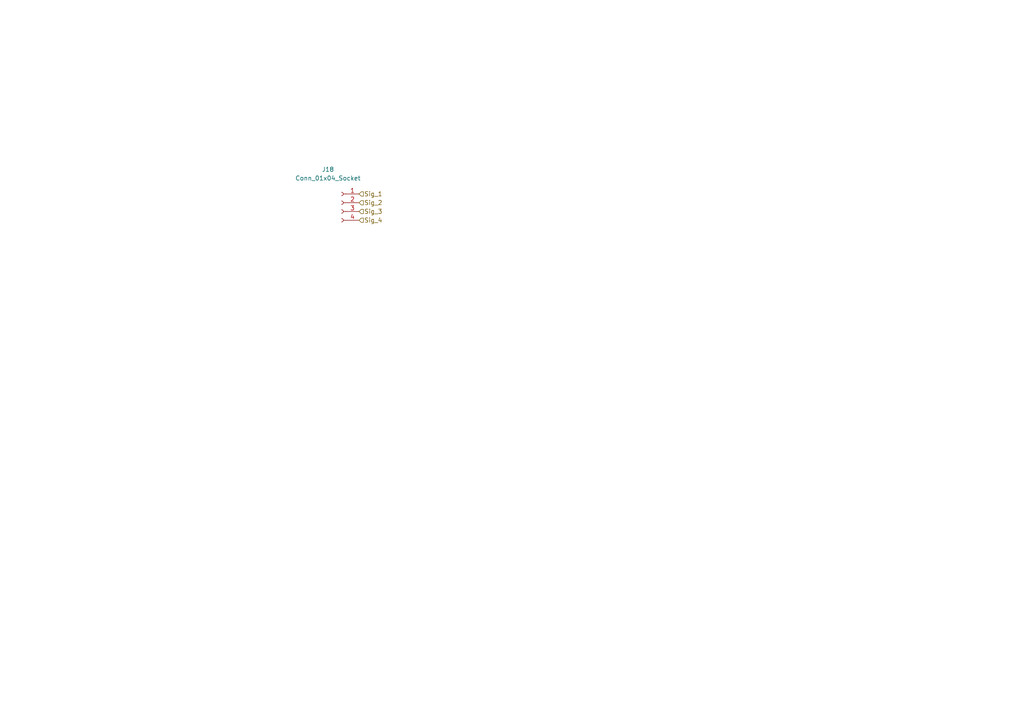
<source format=kicad_sch>
(kicad_sch (version 20230121) (generator eeschema)
  (paper "A4")
  (lib_symbols
    (symbol "Connector:Conn_01x04_Socket" (pin_names (offset 1.016) hide)
      (property "Reference" "J" (at 0 5.08 0))
      (property "Value" "Conn_01x04_Socket" (at 0 -7.62 0))
      (symbol "Conn_01x04_Socket_1_1"
        (arc (start 0 -4.572) (mid -0.5058 -5.08) (end 0 -5.588) (stroke (width 0.1524)))
        (arc (start 0 -2.032) (mid -0.5058 -2.54) (end 0 -3.048) (stroke (width 0.1524)))
        (polyline (pts (xy -1.27 -5.08) (xy -0.508 -5.08)) (stroke (width 0.1524)))
        (polyline (pts (xy -1.27 -2.54) (xy -0.508 -2.54)) (stroke (width 0.1524)))
        (polyline (pts (xy -1.27 0) (xy -0.508 0)) (stroke (width 0.1524)))
        (polyline (pts (xy -1.27 2.54) (xy -0.508 2.54)) (stroke (width 0.1524)))
        (arc (start 0 0.508) (mid -0.5058 0) (end 0 -0.508) (stroke (width 0.1524)))
        (arc (start 0 3.048) (mid -0.5058 2.54) (end 0 2.032) (stroke (width 0.1524)))
        (pin passive line (at -5.08 2.54 0) (length 3.81) (name "Pin_1") (number "1"))
        (pin passive line (at -5.08 0 0) (length 3.81) (name "Pin_2") (number "2"))
        (pin passive line (at -5.08 -2.54 0) (length 3.81) (name "Pin_3") (number "3"))
        (pin passive line (at -5.08 -5.08 0) (length 3.81) (name "Pin_4") (number "4"))
      )
    )
  )
  (hierarchical_label "Sig_2" (shape input) (at 104.14 58.801 0))
  (hierarchical_label "Sig_3" (shape input) (at 104.14 61.341 0))
  (hierarchical_label "Sig_4" (shape input) (at 104.14 63.881 0))
  (hierarchical_label "Sig_1" (shape input) (at 104.14 56.261 0))
  (symbol (lib_id "Connector:Conn_01x04_Socket") (at 99.06 58.801 0) (mirror y) (unit 1)
    (property "Reference" "J18" (at 95.123 49.149 0))
    (property "Value" "Conn_01x04_Socket" (at 95.123 51.689 0))
    (property "Footprint" "Connector_PinSocket_2.54mm:PinSocket_1x04_P2.54mm_Vertical" (effects hide))
    (instances (project "LED_Probe_Breakout" (path "" (reference "J18") (unit 1)) (path "" (reference "J19") (unit 1)) (path "" (reference "J20") (unit 1)) (path "" (reference "J21") (unit 1))))
  )
)
</source>
